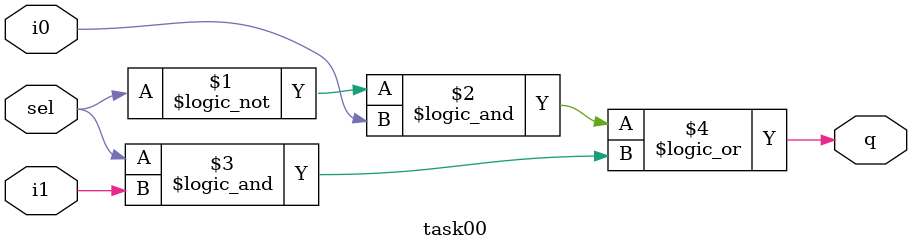
<source format=v>

`timescale 1ns / 1ps

module task00(
    input wire i0,
    input wire i1,
    input wire sel,
    output wire q
);

    assign q = !sel && i0 || sel && i1;
    // assign q = (sel == 1) ? i1 : i0;

endmodule // task00

</source>
